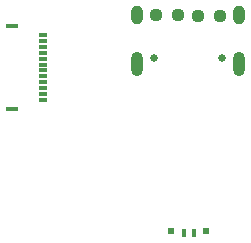
<source format=gbr>
%TF.GenerationSoftware,KiCad,Pcbnew,(6.0.9)*%
%TF.CreationDate,2022-11-22T21:50:02-05:00*%
%TF.ProjectId,011,3031312e-6b69-4636-9164-5f7063625858,rev?*%
%TF.SameCoordinates,Original*%
%TF.FileFunction,Soldermask,Top*%
%TF.FilePolarity,Negative*%
%FSLAX46Y46*%
G04 Gerber Fmt 4.6, Leading zero omitted, Abs format (unit mm)*
G04 Created by KiCad (PCBNEW (6.0.9)) date 2022-11-22 21:50:02*
%MOMM*%
%LPD*%
G01*
G04 APERTURE LIST*
G04 Aperture macros list*
%AMRoundRect*
0 Rectangle with rounded corners*
0 $1 Rounding radius*
0 $2 $3 $4 $5 $6 $7 $8 $9 X,Y pos of 4 corners*
0 Add a 4 corners polygon primitive as box body*
4,1,4,$2,$3,$4,$5,$6,$7,$8,$9,$2,$3,0*
0 Add four circle primitives for the rounded corners*
1,1,$1+$1,$2,$3*
1,1,$1+$1,$4,$5*
1,1,$1+$1,$6,$7*
1,1,$1+$1,$8,$9*
0 Add four rect primitives between the rounded corners*
20,1,$1+$1,$2,$3,$4,$5,0*
20,1,$1+$1,$4,$5,$6,$7,0*
20,1,$1+$1,$6,$7,$8,$9,0*
20,1,$1+$1,$8,$9,$2,$3,0*%
G04 Aperture macros list end*
%ADD10RoundRect,0.237500X0.250000X0.237500X-0.250000X0.237500X-0.250000X-0.237500X0.250000X-0.237500X0*%
%ADD11RoundRect,0.237500X-0.250000X-0.237500X0.250000X-0.237500X0.250000X0.237500X-0.250000X0.237500X0*%
%ADD12R,0.762000X0.355600*%
%ADD13R,1.041400X0.355600*%
%ADD14R,0.600000X0.500000*%
%ADD15R,0.440000X0.750000*%
%ADD16C,0.650000*%
%ADD17O,1.000000X2.100000*%
%ADD18O,1.000000X1.600000*%
G04 APERTURE END LIST*
D10*
%TO.C,R2*%
X122578500Y-54480000D03*
X120753500Y-54480000D03*
%TD*%
D11*
%TO.C,R1*%
X117197500Y-54470900D03*
X119022500Y-54470900D03*
%TD*%
D12*
%TO.C,011*%
X107645200Y-56124599D03*
X107645200Y-56624598D03*
X107645200Y-57124600D03*
X107645200Y-57624599D03*
X107645200Y-58124598D03*
X107645200Y-58624599D03*
X107645200Y-59124599D03*
X107645200Y-59624600D03*
X107645200Y-60124599D03*
X107645200Y-60624598D03*
X107645200Y-61124600D03*
X107645200Y-61624599D03*
D13*
X104995200Y-55334598D03*
X104995200Y-62414600D03*
%TD*%
D14*
%TO.C,LED*%
X118450000Y-72745000D03*
D15*
X119520000Y-72870000D03*
X120420000Y-72870000D03*
D14*
X121370000Y-72745000D03*
%TD*%
D16*
%TO.C,USB*%
X117014900Y-58070900D03*
X122794900Y-58070900D03*
D17*
X115584900Y-58600900D03*
D18*
X124224900Y-54420900D03*
X115584900Y-54420900D03*
D17*
X124224900Y-58600900D03*
%TD*%
M02*

</source>
